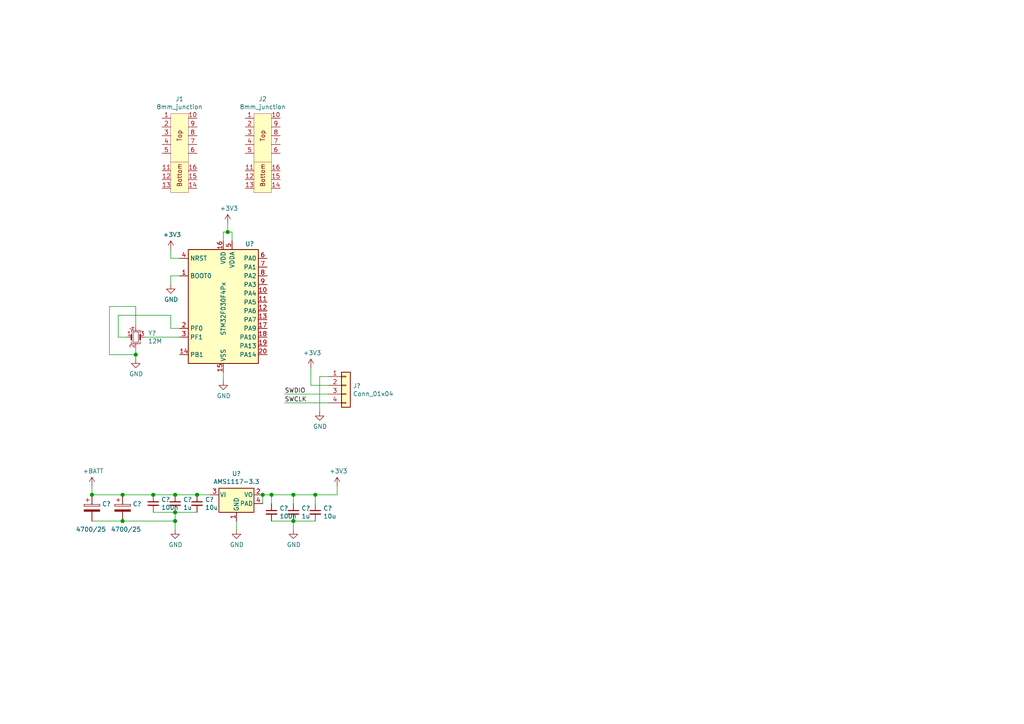
<source format=kicad_sch>
(kicad_sch (version 20200828) (generator eeschema)
  (page 1 1)
  (paper "A4")
  (lib_symbols
    (symbol "Connector_Generic:Conn_01x04" (pin_names (offset 1.016) hide)
      (property "Reference" "J" (at 0 5.08 0))
      (property "Value" "Conn_01x04" (at 0 -7.62 0))
      (symbol "Conn_01x04_1_1"
        (rectangle (start -1.27 -4.953) (end 0 -5.207) (stroke (width 0.1524)))
        (rectangle (start -1.27 -2.413) (end 0 -2.667) (stroke (width 0.1524)))
        (rectangle (start -1.27 0.127) (end 0 -0.127) (stroke (width 0.1524)))
        (rectangle (start -1.27 2.667) (end 0 2.413) (stroke (width 0.1524)))
        (rectangle (start -1.27 3.81) (end 1.27 -6.35) (stroke (width 0.254)) (fill (type background)))
        (pin passive line (at -5.08 2.54 0) (length 3.81) (name "Pin_1") (number "1"))
        (pin passive line (at -5.08 0 0) (length 3.81) (name "Pin_2") (number "2"))
        (pin passive line (at -5.08 -2.54 0) (length 3.81) (name "Pin_3") (number "3"))
        (pin passive line (at -5.08 -5.08 0) (length 3.81) (name "Pin_4") (number "4"))
      )
    )
    (symbol "Device:CP" (pin_numbers hide) (pin_names (offset 0.254))
      (property "Reference" "C" (at 0.635 2.54 0))
      (property "Value" "CP" (at 0.635 -2.54 0))
      (symbol "CP_0_1"
        (rectangle (start -2.286 0.508) (end -2.286 1.016))
        (rectangle (start -2.286 0.508) (end 2.286 0.508))
        (rectangle (start 2.286 -0.508) (end -2.286 -1.016) (fill (type outline)))
        (rectangle (start 2.286 1.016) (end -2.286 1.016))
        (rectangle (start 2.286 1.016) (end 2.286 0.508))
        (polyline (pts (xy -1.778 2.286) (xy -0.762 2.286)))
        (polyline (pts (xy -1.27 2.794) (xy -1.27 1.778)))
      )
      (symbol "CP_1_1"
        (pin passive line (at 0 3.81 270) (length 2.794) (name "~") (number "1"))
        (pin passive line (at 0 -3.81 90) (length 2.794) (name "~") (number "2"))
      )
    )
    (symbol "Device:C_Small" (pin_numbers hide) (pin_names (offset 0.254) hide)
      (property "Reference" "C" (at 0.254 1.778 0))
      (property "Value" "C_Small" (at 0.254 -2.032 0))
      (symbol "C_Small_0_1"
        (polyline (pts (xy -1.524 -0.508) (xy 1.524 -0.508)) (stroke (width 0.3302)))
        (polyline (pts (xy -1.524 0.508) (xy 1.524 0.508)) (stroke (width 0.3048)))
      )
      (symbol "C_Small_1_1"
        (pin passive line (at 0 2.54 270) (length 2.032) (name "~") (number "1"))
        (pin passive line (at 0 -2.54 90) (length 2.032) (name "~") (number "2"))
      )
    )
    (symbol "Device:Crystal_GND24_Small" (pin_names (offset 1.016) hide)
      (property "Reference" "Y" (at 1.27 4.445 0))
      (property "Value" "Crystal_GND24_Small" (at 1.27 2.54 0))
      (symbol "Crystal_GND24_Small_0_1"
        (rectangle (start -0.762 -1.524) (end 0.762 1.524))
        (polyline (pts (xy -1.27 -0.762) (xy -1.27 0.762)) (stroke (width 0.381)))
        (polyline (pts (xy 1.27 -0.762) (xy 1.27 0.762)) (stroke (width 0.381)))
        (polyline (pts (xy -1.27 -1.27) (xy -1.27 -1.905) (xy 1.27 -1.905) (xy 1.27 -1.27)))
        (polyline (pts (xy -1.27 1.27) (xy -1.27 1.905) (xy 1.27 1.905) (xy 1.27 1.27)))
      )
      (symbol "Crystal_GND24_Small_1_1"
        (pin passive line (at -2.54 0 0) (length 1.27) (name "1") (number "1"))
        (pin passive line (at 0 -3.175 90) (length 1.27) (name "2") (number "2"))
        (pin passive line (at 2.54 0 180) (length 1.27) (name "3") (number "3"))
        (pin passive line (at 0 3.175 270) (length 1.27) (name "4") (number "4"))
      )
    )
    (symbol "MCU_ST_STM32F0:STM32F030F4Px"
      (property "Reference" "U" (at -10.16 16.51 0))
      (property "Value" "STM32F030F4Px" (at 5.08 16.51 0))
      (symbol "STM32F030F4Px_0_1"
        (rectangle (start -10.16 -17.78) (end 10.16 15.24) (stroke (width 0.254)) (fill (type background)))
      )
      (symbol "STM32F030F4Px_1_1"
        (pin input line (at -12.7 7.62 0) (length 2.54) (name "BOOT0") (number "1"))
        (pin input line (at -12.7 12.7 0) (length 2.54) (name "NRST") (number "4"))
        (pin bidirectional line (at 12.7 12.7 180) (length 2.54) (name "PA0") (number "6"))
        (pin bidirectional line (at 12.7 10.16 180) (length 2.54) (name "PA1") (number "7"))
        (pin bidirectional line (at 12.7 -10.16 180) (length 2.54) (name "PA10") (number "18"))
        (pin bidirectional line (at 12.7 -12.7 180) (length 2.54) (name "PA13") (number "19"))
        (pin bidirectional line (at 12.7 -15.24 180) (length 2.54) (name "PA14") (number "20"))
        (pin bidirectional line (at 12.7 7.62 180) (length 2.54) (name "PA2") (number "8"))
        (pin bidirectional line (at 12.7 5.08 180) (length 2.54) (name "PA3") (number "9"))
        (pin bidirectional line (at 12.7 2.54 180) (length 2.54) (name "PA4") (number "10"))
        (pin bidirectional line (at 12.7 0 180) (length 2.54) (name "PA5") (number "11"))
        (pin bidirectional line (at 12.7 -2.54 180) (length 2.54) (name "PA6") (number "12"))
        (pin bidirectional line (at 12.7 -5.08 180) (length 2.54) (name "PA7") (number "13"))
        (pin bidirectional line (at 12.7 -7.62 180) (length 2.54) (name "PA9") (number "17"))
        (pin bidirectional line (at -12.7 -15.24 0) (length 2.54) (name "PB1") (number "14"))
        (pin input line (at -12.7 -7.62 0) (length 2.54) (name "PF0") (number "2"))
        (pin input line (at -12.7 -10.16 0) (length 2.54) (name "PF1") (number "3"))
        (pin power_in line (at 0 17.78 270) (length 2.54) (name "VDD") (number "16"))
        (pin power_in line (at 2.54 17.78 270) (length 2.54) (name "VDDA") (number "5"))
        (pin power_in line (at 0 -20.32 90) (length 2.54) (name "VSS") (number "15"))
      )
    )
    (symbol "Regulator_Linear:AMS1117-3.3" (pin_names (offset 0.254))
      (property "Reference" "U" (at -3.81 3.175 0))
      (property "Value" "AMS1117-3.3" (at 0 3.175 0))
      (symbol "AMS1117-3.3_0_1"
        (rectangle (start -5.08 -5.08) (end 5.08 1.905) (stroke (width 0.254)) (fill (type background)))
      )
      (symbol "AMS1117-3.3_1_1"
        (pin power_in line (at 0 -7.62 90) (length 2.54) (name "GND") (number "1"))
        (pin power_out line (at 7.62 0 180) (length 2.54) (name "VO") (number "2"))
        (pin power_in line (at -7.62 0 0) (length 2.54) (name "VI") (number "3"))
        (pin power_out line (at 7.62 -2.54 180) (length 2.54) (name "PAD") (number "4"))
      )
    )
    (symbol "common_symbols:8mm_junction"
      (property "Reference" "J" (at 0 0 0))
      (property "Value" "8mm_junction" (at -1.27 13.97 0))
      (symbol "8mm_junction_0_0"
        (text "Top" (at 0 3.81 900) (effects (font (size 1.27 1.27))))
        (text "Bottom" (at 0 -7.62 900) (effects (font (size 1.27 1.27))))
      )
      (symbol "8mm_junction_0_1"
        (rectangle (start -2.54 -12.7) (end 2.54 10.16) (stroke (width 0.001)) (fill (type background)))
        (polyline (pts (xy -2.54 -3.81) (xy 2.54 -3.81)) (stroke (width 0.0006)))
      )
      (symbol "8mm_junction_1_1"
        (pin input line (at -5.08 8.89 0) (length 2.54) (name "") (number "1"))
        (pin input line (at -5.08 6.35 0) (length 2.54) (name "") (number "2"))
        (pin input line (at -5.08 3.81 0) (length 2.54) (name "") (number "3"))
        (pin input line (at -5.08 1.27 0) (length 2.54) (name "") (number "4"))
        (pin input line (at -5.08 -1.27 0) (length 2.54) (name "") (number "5"))
        (pin input line (at 5.08 -1.27 180) (length 2.54) (name "") (number "6"))
        (pin input line (at 5.08 1.27 180) (length 2.54) (name "") (number "7"))
        (pin input line (at 5.08 3.81 180) (length 2.54) (name "") (number "8"))
        (pin input line (at 5.08 6.35 180) (length 2.54) (name "") (number "9"))
        (pin input line (at 5.08 8.89 180) (length 2.54) (name "") (number "10"))
        (pin input line (at -5.08 -6.35 0) (length 2.54) (name "") (number "11"))
        (pin input line (at -5.08 -8.89 0) (length 2.54) (name "") (number "12"))
        (pin input line (at -5.08 -11.43 0) (length 2.54) (name "") (number "13"))
        (pin input line (at 5.08 -11.43 180) (length 2.54) (name "") (number "14"))
        (pin input line (at 5.08 -8.89 180) (length 2.54) (name "") (number "15"))
        (pin input line (at 5.08 -6.35 180) (length 2.54) (name "") (number "16"))
      )
    )
    (symbol "power:+3.3V" (power) (pin_names (offset 0))
      (property "Value" "+3.3V" (at 0 3.556 0))
      (symbol "+3.3V_0_1"
        (polyline (pts (xy -0.762 1.27) (xy 0 2.54)))
        (polyline (pts (xy 0 0) (xy 0 2.54)))
        (polyline (pts (xy 0 2.54) (xy 0.762 1.27)))
      )
      (symbol "+3.3V_1_1"
        (pin power_in line (at 0 0 90) (length 0) hide (name "+3V3") (number "1"))
      )
    )
    (symbol "power:+BATT" (power) (pin_names (offset 0))
      (property "Value" "+BATT" (at 0 3.556 0))
      (symbol "+BATT_0_1"
        (polyline (pts (xy -0.762 1.27) (xy 0 2.54)))
        (polyline (pts (xy 0 0) (xy 0 2.54)))
        (polyline (pts (xy 0 2.54) (xy 0.762 1.27)))
      )
      (symbol "+BATT_1_1"
        (pin power_in line (at 0 0 90) (length 0) hide (name "+BATT") (number "1"))
      )
    )
    (symbol "power:GND" (power) (pin_names (offset 0))
      (property "Value" "GND" (at 0 -3.81 0))
      (symbol "GND_0_1"
        (polyline (pts (xy 0 0) (xy 0 -1.27) (xy 1.27 -1.27) (xy 0 -2.54) (xy -1.27 -1.27) (xy 0 -1.27)))
      )
      (symbol "GND_1_1"
        (pin power_in line (at 0 0 270) (length 0) hide (name "GND") (number "1"))
      )
    )
  )
  (junction (at 26.67 143.51) (diameter 1.016))
  (junction (at 35.56 143.51) (diameter 1.016))
  (junction (at 35.56 151.13) (diameter 1.016))
  (junction (at 39.37 102.87) (diameter 1.016))
  (junction (at 44.45 143.51) (diameter 1.016))
  (junction (at 50.8 143.51) (diameter 1.016))
  (junction (at 50.8 148.59) (diameter 1.016))
  (junction (at 50.8 151.13) (diameter 1.016))
  (junction (at 57.15 143.51) (diameter 1.016))
  (junction (at 66.04 67.31) (diameter 1.016))
  (junction (at 76.2 143.51) (diameter 1.016))
  (junction (at 78.74 143.51) (diameter 1.016))
  (junction (at 85.09 143.51) (diameter 1.016))
  (junction (at 85.09 151.13) (diameter 1.016))
  (junction (at 91.44 143.51) (diameter 1.016))
  (wire (pts (xy 26.67 140.97) (xy 26.67 143.51)))
  (wire (pts (xy 26.67 143.51) (xy 35.56 143.51)))
  (wire (pts (xy 26.67 151.13) (xy 35.56 151.13)))
  (wire (pts (xy 31.75 88.9) (xy 39.37 88.9)))
  (wire (pts (xy 31.75 102.87) (xy 31.75 88.9)))
  (wire (pts (xy 34.29 91.44) (xy 49.53 91.44)))
  (wire (pts (xy 34.29 97.79) (xy 34.29 91.44)))
  (wire (pts (xy 35.56 143.51) (xy 44.45 143.51)))
  (wire (pts (xy 35.56 151.13) (xy 50.8 151.13)))
  (wire (pts (xy 36.83 97.79) (xy 34.29 97.79)))
  (wire (pts (xy 39.37 88.9) (xy 39.37 94.615)))
  (wire (pts (xy 39.37 100.965) (xy 39.37 102.87)))
  (wire (pts (xy 39.37 102.87) (xy 31.75 102.87)))
  (wire (pts (xy 39.37 102.87) (xy 39.37 104.14)))
  (wire (pts (xy 41.91 97.79) (xy 52.07 97.79)))
  (wire (pts (xy 44.45 143.51) (xy 50.8 143.51)))
  (wire (pts (xy 44.45 148.59) (xy 50.8 148.59)))
  (wire (pts (xy 49.53 72.39) (xy 49.53 74.93)))
  (wire (pts (xy 49.53 74.93) (xy 52.07 74.93)))
  (wire (pts (xy 49.53 80.01) (xy 52.07 80.01)))
  (wire (pts (xy 49.53 82.55) (xy 49.53 80.01)))
  (wire (pts (xy 49.53 91.44) (xy 49.53 95.25)))
  (wire (pts (xy 49.53 95.25) (xy 52.07 95.25)))
  (wire (pts (xy 50.8 143.51) (xy 57.15 143.51)))
  (wire (pts (xy 50.8 148.59) (xy 50.8 151.13)))
  (wire (pts (xy 50.8 148.59) (xy 57.15 148.59)))
  (wire (pts (xy 50.8 151.13) (xy 50.8 153.67)))
  (wire (pts (xy 57.15 143.51) (xy 60.96 143.51)))
  (wire (pts (xy 64.77 67.31) (xy 64.77 69.85)))
  (wire (pts (xy 64.77 107.95) (xy 64.77 110.49)))
  (wire (pts (xy 66.04 64.77) (xy 66.04 67.31)))
  (wire (pts (xy 66.04 67.31) (xy 64.77 67.31)))
  (wire (pts (xy 66.04 67.31) (xy 67.31 67.31)))
  (wire (pts (xy 67.31 67.31) (xy 67.31 69.85)))
  (wire (pts (xy 68.58 153.67) (xy 68.58 151.13)))
  (wire (pts (xy 76.2 143.51) (xy 76.2 146.05)))
  (wire (pts (xy 78.74 143.51) (xy 76.2 143.51)))
  (wire (pts (xy 78.74 143.51) (xy 78.74 146.05)))
  (wire (pts (xy 78.74 151.13) (xy 85.09 151.13)))
  (wire (pts (xy 82.55 114.3) (xy 95.25 114.3)))
  (wire (pts (xy 82.55 116.84) (xy 95.25 116.84)))
  (wire (pts (xy 85.09 143.51) (xy 78.74 143.51)))
  (wire (pts (xy 85.09 143.51) (xy 85.09 146.05)))
  (wire (pts (xy 85.09 151.13) (xy 85.09 153.67)))
  (wire (pts (xy 85.09 151.13) (xy 91.44 151.13)))
  (wire (pts (xy 90.17 106.68) (xy 90.17 111.76)))
  (wire (pts (xy 90.17 111.76) (xy 95.25 111.76)))
  (wire (pts (xy 91.44 143.51) (xy 85.09 143.51)))
  (wire (pts (xy 91.44 143.51) (xy 91.44 146.05)))
  (wire (pts (xy 92.71 109.22) (xy 95.25 109.22)))
  (wire (pts (xy 92.71 119.38) (xy 92.71 109.22)))
  (wire (pts (xy 97.79 140.97) (xy 97.79 143.51)))
  (wire (pts (xy 97.79 143.51) (xy 91.44 143.51)))
  (label "SWDIO" (at 82.55 114.3 0))
  (label "SWCLK" (at 82.55 116.84 0))
  (symbol (lib_id "power:+BATT") (at 26.67 140.97 0) (unit 1)
    (property "Reference" "#PWR?" (effects hide))
    (property "Value" "+BATT" (at 27.0383 136.6456 0))
  )
  (symbol (lib_id "power:+3.3V") (at 49.53 72.39 0) (unit 1)
    (property "Reference" "#PWR?" (effects hide))
    (property "Value" "+3.3V" (at 49.8983 68.0656 0))
  )
  (symbol (lib_id "power:+3.3V") (at 66.04 64.77 0) (unit 1)
    (property "Reference" "#PWR?" (effects hide))
    (property "Value" "+3.3V" (at 66.4083 60.4456 0))
  )
  (symbol (lib_id "power:+3.3V") (at 90.17 106.68 0) (unit 1)
    (property "Reference" "#PWR?" (effects hide))
    (property "Value" "+3.3V" (at 90.5383 102.3556 0))
  )
  (symbol (lib_id "power:+3.3V") (at 97.79 140.97 0) (unit 1)
    (property "Reference" "#PWR?" (effects hide))
    (property "Value" "+3.3V" (at 98.1583 136.6456 0))
  )
  (symbol (lib_id "power:GND") (at 39.37 104.14 0) (unit 1)
    (property "Reference" "#PWR?" (effects hide))
    (property "Value" "GND" (at 39.4843 108.4644 0))
  )
  (symbol (lib_id "power:GND") (at 49.53 82.55 0) (unit 1)
    (property "Reference" "#PWR?" (effects hide))
    (property "Value" "GND" (at 49.6443 86.8744 0))
  )
  (symbol (lib_id "power:GND") (at 50.8 153.67 0) (unit 1)
    (property "Reference" "#PWR?" (effects hide))
    (property "Value" "GND" (at 50.9143 157.9944 0))
  )
  (symbol (lib_id "power:GND") (at 64.77 110.49 0) (unit 1)
    (property "Reference" "#PWR?" (effects hide))
    (property "Value" "GND" (at 64.8843 114.8144 0))
  )
  (symbol (lib_id "power:GND") (at 68.58 153.67 0) (unit 1)
    (property "Reference" "#PWR?" (effects hide))
    (property "Value" "GND" (at 68.6943 157.9944 0))
  )
  (symbol (lib_id "power:GND") (at 85.09 153.67 0) (unit 1)
    (property "Reference" "#PWR?" (effects hide))
    (property "Value" "GND" (at 85.2043 157.9944 0))
  )
  (symbol (lib_id "power:GND") (at 92.71 119.38 0) (unit 1)
    (property "Reference" "#PWR?" (effects hide))
    (property "Value" "GND" (at 92.8243 123.7044 0))
  )
  (symbol (lib_id "Device:C_Small") (at 44.45 146.05 0) (unit 1)
    (property "Reference" "C?" (at 46.7742 144.9006 0) (effects (justify left)))
    (property "Value" "100n" (at 46.774 147.199 0) (effects (justify left)))
  )
  (symbol (lib_id "Device:C_Small") (at 50.8 146.05 0) (unit 1)
    (property "Reference" "C?" (at 53.1242 144.9006 0) (effects (justify left)))
    (property "Value" "1u" (at 53.124 147.199 0) (effects (justify left)))
  )
  (symbol (lib_id "Device:C_Small") (at 57.15 146.05 0) (unit 1)
    (property "Reference" "C?" (at 59.4742 144.9006 0) (effects (justify left)))
    (property "Value" "10u" (at 59.474 147.199 0) (effects (justify left)))
  )
  (symbol (lib_id "Device:C_Small") (at 78.74 148.59 0) (unit 1)
    (property "Reference" "C?" (at 81.0642 147.4406 0) (effects (justify left)))
    (property "Value" "100n" (at 81.064 149.739 0) (effects (justify left)))
  )
  (symbol (lib_id "Device:C_Small") (at 85.09 148.59 0) (unit 1)
    (property "Reference" "C?" (at 87.4142 147.4406 0) (effects (justify left)))
    (property "Value" "1u" (at 87.414 149.739 0) (effects (justify left)))
  )
  (symbol (lib_id "Device:C_Small") (at 91.44 148.59 0) (unit 1)
    (property "Reference" "C?" (at 93.7642 147.4406 0) (effects (justify left)))
    (property "Value" "10u" (at 93.764 149.739 0) (effects (justify left)))
  )
  (symbol (lib_id "Device:CP") (at 26.67 147.32 0) (unit 1)
    (property "Reference" "C?" (at 29.5911 146.1706 0) (effects (justify left)))
    (property "Value" "4700/25" (at 21.9711 153.5493 0) (effects (justify left)))
  )
  (symbol (lib_id "Device:CP") (at 35.56 147.32 0) (unit 1)
    (property "Reference" "C?" (at 38.4811 146.1706 0) (effects (justify left)))
    (property "Value" "4700/25" (at 32.1311 153.5493 0) (effects (justify left)))
  )
  (symbol (lib_id "Device:Crystal_GND24_Small") (at 39.37 97.79 0) (unit 1)
    (property "Reference" "Y?" (at 42.9261 96.6406 0) (effects (justify left)))
    (property "Value" "12M" (at 42.9261 98.9393 0) (effects (justify left)))
  )
  (symbol (lib_id "Connector_Generic:Conn_01x04") (at 100.33 111.76 0) (unit 1)
    (property "Reference" "J?" (at 102.3621 111.9314 0) (effects (justify left)))
    (property "Value" "Conn_01x04" (at 102.3621 114.2301 0) (effects (justify left)))
  )
  (symbol (lib_id "Regulator_Linear:AMS1117-3.3") (at 68.58 143.51 0) (unit 1)
    (property "Reference" "U?" (at 68.58 137.3948 0))
    (property "Value" "AMS1117-3.3" (at 68.58 139.6935 0))
    (property "Footprint" "Package_TO_SOT_SMD:SOT-223-3_TabPin2" (effects hide))
    (property "Datasheet" "http://www.advanced-monolithic.com/pdf/ds1117.pdf" (effects hide))
  )
  (symbol (lib_id "common_symbols:8mm_junction") (at 52.07 43.18 0) (unit 1)
    (property "Reference" "J1" (at 52.07 28.708 0))
    (property "Value" "8mm_junction" (at 52.07 31.0069 0))
  )
  (symbol (lib_id "common_symbols:8mm_junction") (at 76.2 43.18 0) (unit 1)
    (property "Reference" "J2" (at 76.2 28.708 0))
    (property "Value" "8mm_junction" (at 76.2 31.0069 0))
  )
  (symbol (lib_id "MCU_ST_STM32F0:STM32F030F4Px") (at 64.77 87.63 0) (unit 1)
    (property "Reference" "U?" (at 72.39 70.7454 0))
    (property "Value" "STM32F030F4Px" (at 64.77 89.5541 90))
    (property "Footprint" "Package_SO:TSSOP-20_4.4x6.5mm_P0.65mm" (effects hide))
    (property "Datasheet" "http://www.st.com/st-web-ui/static/active/en/resource/technical/document/datasheet/DM00088500.pdf" (effects hide))
  )
)
</source>
